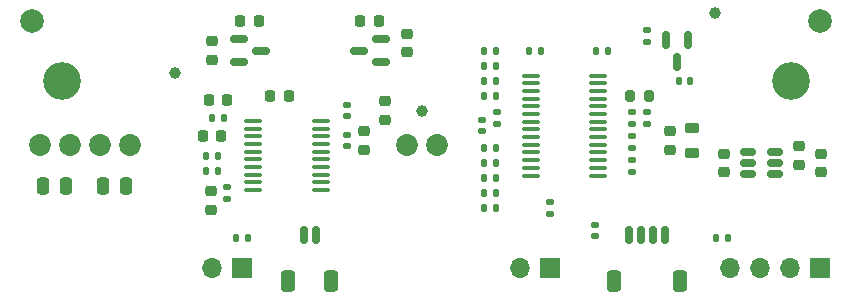
<source format=gts>
G04 #@! TF.GenerationSoftware,KiCad,Pcbnew,6.0.2+dfsg-1*
G04 #@! TF.CreationDate,2023-05-14T16:37:13-05:00*
G04 #@! TF.ProjectId,dac-attack,6461632d-6174-4746-9163-6b2e6b696361,2023a*
G04 #@! TF.SameCoordinates,Original*
G04 #@! TF.FileFunction,Soldermask,Top*
G04 #@! TF.FilePolarity,Negative*
%FSLAX46Y46*%
G04 Gerber Fmt 4.6, Leading zero omitted, Abs format (unit mm)*
G04 Created by KiCad (PCBNEW 6.0.2+dfsg-1) date 2023-05-14 16:37:13*
%MOMM*%
%LPD*%
G01*
G04 APERTURE LIST*
G04 Aperture macros list*
%AMRoundRect*
0 Rectangle with rounded corners*
0 $1 Rounding radius*
0 $2 $3 $4 $5 $6 $7 $8 $9 X,Y pos of 4 corners*
0 Add a 4 corners polygon primitive as box body*
4,1,4,$2,$3,$4,$5,$6,$7,$8,$9,$2,$3,0*
0 Add four circle primitives for the rounded corners*
1,1,$1+$1,$2,$3*
1,1,$1+$1,$4,$5*
1,1,$1+$1,$6,$7*
1,1,$1+$1,$8,$9*
0 Add four rect primitives between the rounded corners*
20,1,$1+$1,$2,$3,$4,$5,0*
20,1,$1+$1,$4,$5,$6,$7,0*
20,1,$1+$1,$6,$7,$8,$9,0*
20,1,$1+$1,$8,$9,$2,$3,0*%
G04 Aperture macros list end*
%ADD10RoundRect,0.150000X-0.150000X-0.625000X0.150000X-0.625000X0.150000X0.625000X-0.150000X0.625000X0*%
%ADD11RoundRect,0.250000X-0.350000X-0.650000X0.350000X-0.650000X0.350000X0.650000X-0.350000X0.650000X0*%
%ADD12RoundRect,0.135000X0.135000X0.185000X-0.135000X0.185000X-0.135000X-0.185000X0.135000X-0.185000X0*%
%ADD13RoundRect,0.140000X-0.170000X0.140000X-0.170000X-0.140000X0.170000X-0.140000X0.170000X0.140000X0*%
%ADD14C,1.000000*%
%ADD15RoundRect,0.135000X-0.135000X-0.185000X0.135000X-0.185000X0.135000X0.185000X-0.135000X0.185000X0*%
%ADD16RoundRect,0.135000X-0.185000X0.135000X-0.185000X-0.135000X0.185000X-0.135000X0.185000X0.135000X0*%
%ADD17RoundRect,0.225000X-0.225000X-0.250000X0.225000X-0.250000X0.225000X0.250000X-0.225000X0.250000X0*%
%ADD18RoundRect,0.150000X-0.512500X-0.150000X0.512500X-0.150000X0.512500X0.150000X-0.512500X0.150000X0*%
%ADD19RoundRect,0.225000X0.225000X0.250000X-0.225000X0.250000X-0.225000X-0.250000X0.225000X-0.250000X0*%
%ADD20RoundRect,0.225000X0.250000X-0.225000X0.250000X0.225000X-0.250000X0.225000X-0.250000X-0.225000X0*%
%ADD21RoundRect,0.140000X0.170000X-0.140000X0.170000X0.140000X-0.170000X0.140000X-0.170000X-0.140000X0*%
%ADD22RoundRect,0.225000X-0.250000X0.225000X-0.250000X-0.225000X0.250000X-0.225000X0.250000X0.225000X0*%
%ADD23C,3.200000*%
%ADD24C,2.000000*%
%ADD25RoundRect,0.100000X-0.637500X-0.100000X0.637500X-0.100000X0.637500X0.100000X-0.637500X0.100000X0*%
%ADD26RoundRect,0.140000X0.140000X0.170000X-0.140000X0.170000X-0.140000X-0.170000X0.140000X-0.170000X0*%
%ADD27RoundRect,0.150000X-0.587500X-0.150000X0.587500X-0.150000X0.587500X0.150000X-0.587500X0.150000X0*%
%ADD28RoundRect,0.200000X0.200000X0.275000X-0.200000X0.275000X-0.200000X-0.275000X0.200000X-0.275000X0*%
%ADD29RoundRect,0.218750X-0.381250X0.218750X-0.381250X-0.218750X0.381250X-0.218750X0.381250X0.218750X0*%
%ADD30RoundRect,0.150000X-0.150000X0.587500X-0.150000X-0.587500X0.150000X-0.587500X0.150000X0.587500X0*%
%ADD31RoundRect,0.140000X-0.140000X-0.170000X0.140000X-0.170000X0.140000X0.170000X-0.140000X0.170000X0*%
%ADD32RoundRect,0.250000X0.250000X0.475000X-0.250000X0.475000X-0.250000X-0.475000X0.250000X-0.475000X0*%
%ADD33RoundRect,0.100000X0.637500X0.100000X-0.637500X0.100000X-0.637500X-0.100000X0.637500X-0.100000X0*%
%ADD34RoundRect,0.135000X0.185000X-0.135000X0.185000X0.135000X-0.185000X0.135000X-0.185000X-0.135000X0*%
%ADD35RoundRect,0.150000X0.587500X0.150000X-0.587500X0.150000X-0.587500X-0.150000X0.587500X-0.150000X0*%
%ADD36RoundRect,0.250000X-0.250000X-0.475000X0.250000X-0.475000X0.250000X0.475000X-0.250000X0.475000X0*%
%ADD37C,1.854200*%
%ADD38R,1.700000X1.700000*%
%ADD39O,1.700000X1.700000*%
G04 APERTURE END LIST*
D10*
X127770000Y-85503000D03*
X128770000Y-85503000D03*
D11*
X130070000Y-89378000D03*
X126470000Y-89378000D03*
D12*
X144020000Y-69850000D03*
X143000000Y-69850000D03*
D13*
X144145000Y-75085000D03*
X144145000Y-76045000D03*
D14*
X137795000Y-74930000D03*
D15*
X162685000Y-85725000D03*
X163705000Y-85725000D03*
D16*
X148590000Y-82675000D03*
X148590000Y-83695000D03*
D17*
X132575000Y-67310000D03*
X134125000Y-67310000D03*
D18*
X165365000Y-78425000D03*
X165365000Y-79375000D03*
X165365000Y-80325000D03*
X167640000Y-80325000D03*
X167640000Y-79375000D03*
X167640000Y-78425000D03*
D19*
X123965000Y-67310000D03*
X122415000Y-67310000D03*
D13*
X156845000Y-75085000D03*
X156845000Y-76045000D03*
D20*
X132842000Y-78245000D03*
X132842000Y-76695000D03*
D12*
X144020000Y-81915000D03*
X143000000Y-81915000D03*
X144020000Y-72390000D03*
X143000000Y-72390000D03*
X120525000Y-80010000D03*
X119505000Y-80010000D03*
D21*
X131445000Y-77950000D03*
X131445000Y-76990000D03*
D17*
X124955000Y-73660000D03*
X126505000Y-73660000D03*
D12*
X153545000Y-69850000D03*
X152525000Y-69850000D03*
D22*
X163327500Y-78600000D03*
X163327500Y-80150000D03*
D23*
X169035000Y-72390000D03*
D24*
X104775000Y-67310000D03*
D10*
X155345000Y-85503000D03*
X156345000Y-85503000D03*
X157345000Y-85503000D03*
X158345000Y-85503000D03*
D11*
X159645000Y-89378000D03*
X154045000Y-89378000D03*
D21*
X142875000Y-76680000D03*
X142875000Y-75720000D03*
D25*
X123502500Y-75815000D03*
X123502500Y-76465000D03*
X123502500Y-77115000D03*
X123502500Y-77765000D03*
X123502500Y-78415000D03*
X123502500Y-79065000D03*
X123502500Y-79715000D03*
X123502500Y-80365000D03*
X123502500Y-81015000D03*
X123502500Y-81665000D03*
X129227500Y-81665000D03*
X129227500Y-81015000D03*
X129227500Y-80365000D03*
X129227500Y-79715000D03*
X129227500Y-79065000D03*
X129227500Y-78415000D03*
X129227500Y-77765000D03*
X129227500Y-77115000D03*
X129227500Y-76465000D03*
X129227500Y-75815000D03*
D20*
X158750000Y-78245000D03*
X158750000Y-76695000D03*
D22*
X136525000Y-68440000D03*
X136525000Y-69990000D03*
D26*
X120990000Y-75565000D03*
X120030000Y-75565000D03*
D27*
X122252500Y-68900000D03*
X122252500Y-70800000D03*
X124127500Y-69850000D03*
D15*
X143000000Y-78105000D03*
X144020000Y-78105000D03*
D24*
X171450000Y-67310000D03*
D22*
X119888000Y-81775000D03*
X119888000Y-83325000D03*
D28*
X157035000Y-73660000D03*
X155385000Y-73660000D03*
D21*
X155575000Y-80109000D03*
X155575000Y-79149000D03*
D19*
X121285000Y-74041000D03*
X119735000Y-74041000D03*
D29*
X160655000Y-76407500D03*
X160655000Y-78532500D03*
D14*
X162560000Y-66675000D03*
D15*
X143000000Y-71120000D03*
X144020000Y-71120000D03*
D21*
X152400000Y-85570000D03*
X152400000Y-84610000D03*
D20*
X120015000Y-70625000D03*
X120015000Y-69075000D03*
D30*
X160335000Y-68912500D03*
X158435000Y-68912500D03*
X159385000Y-70787500D03*
D31*
X159540000Y-72390000D03*
X160500000Y-72390000D03*
D32*
X112710000Y-81280000D03*
X110810000Y-81280000D03*
D13*
X121285000Y-81435000D03*
X121285000Y-82395000D03*
D20*
X171582500Y-80150000D03*
X171582500Y-78600000D03*
D12*
X144020000Y-79375000D03*
X143000000Y-79375000D03*
D19*
X120790000Y-77089000D03*
X119240000Y-77089000D03*
D12*
X147830000Y-69850000D03*
X146810000Y-69850000D03*
X144020000Y-83185000D03*
X143000000Y-83185000D03*
X123065000Y-85725000D03*
X122045000Y-85725000D03*
X144020000Y-73660000D03*
X143000000Y-73660000D03*
D14*
X116840000Y-71755000D03*
D33*
X152722500Y-80425000D03*
X152722500Y-79775000D03*
X152722500Y-79125000D03*
X152722500Y-78475000D03*
X152722500Y-77825000D03*
X152722500Y-77175000D03*
X152722500Y-76525000D03*
X152722500Y-75875000D03*
X152722500Y-75225000D03*
X152722500Y-74575000D03*
X152722500Y-73925000D03*
X152722500Y-73275000D03*
X152722500Y-72625000D03*
X152722500Y-71975000D03*
X146997500Y-71975000D03*
X146997500Y-72625000D03*
X146997500Y-73275000D03*
X146997500Y-73925000D03*
X146997500Y-74575000D03*
X146997500Y-75225000D03*
X146997500Y-75875000D03*
X146997500Y-76525000D03*
X146997500Y-77175000D03*
X146997500Y-77825000D03*
X146997500Y-78475000D03*
X146997500Y-79125000D03*
X146997500Y-79775000D03*
X146997500Y-80425000D03*
D23*
X107315000Y-72390000D03*
D22*
X134620000Y-74155000D03*
X134620000Y-75705000D03*
D34*
X156845000Y-69090000D03*
X156845000Y-68070000D03*
D12*
X120525000Y-78740000D03*
X119505000Y-78740000D03*
D20*
X169677500Y-79515000D03*
X169677500Y-77965000D03*
D35*
X134287500Y-70800000D03*
X134287500Y-68900000D03*
X132412500Y-69850000D03*
D13*
X155575000Y-75085000D03*
X155575000Y-76045000D03*
D21*
X131445000Y-75410000D03*
X131445000Y-74450000D03*
X155575000Y-78077000D03*
X155575000Y-77117000D03*
D12*
X144020000Y-80645000D03*
X143000000Y-80645000D03*
D36*
X105730000Y-81280000D03*
X107630000Y-81280000D03*
D37*
X136525000Y-77808550D03*
X139065000Y-77808550D03*
X105410000Y-77808550D03*
X107950000Y-77808550D03*
X110490000Y-77808550D03*
X113030000Y-77808550D03*
D38*
X148595000Y-88265000D03*
D39*
X146055000Y-88265000D03*
D38*
X171450000Y-88265000D03*
D39*
X168910000Y-88265000D03*
X166370000Y-88265000D03*
X163830000Y-88265000D03*
D38*
X122560000Y-88265000D03*
D39*
X120020000Y-88265000D03*
M02*

</source>
